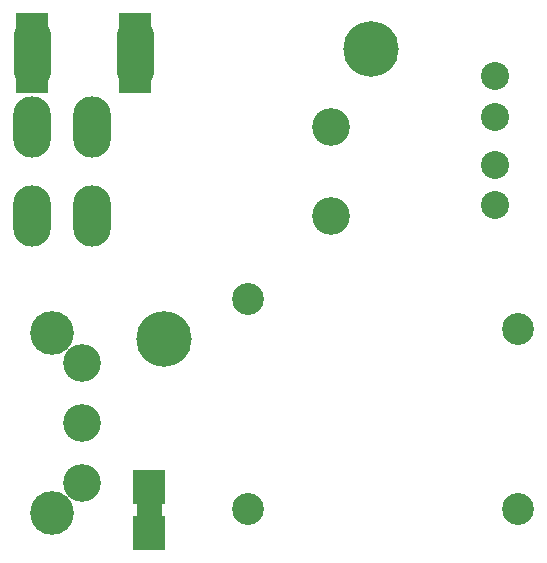
<source format=gbs>
G04 Layer: BottomSolderMaskLayer*
G04 EasyEDA v6.5.39, 2024-01-10 16:20:09*
G04 85b321e934e241e88075cb939218c85a,3d9c8b04885e45b7839bd8e85c0fd600,10*
G04 Gerber Generator version 0.2*
G04 Scale: 100 percent, Rotated: No, Reflected: No *
G04 Dimensions in millimeters *
G04 leading zeros omitted , absolute positions ,4 integer and 5 decimal *
%FSLAX45Y45*%
%MOMM*%

%AMMACRO1*4,1,4,-1.3515,-1.4266,-1.3515,1.4266,1.3515,1.4266,1.3515,-1.4266,-1.3515,-1.4266,0*%
%ADD10C,2.1016*%
%ADD11C,3.1016*%
%ADD12O,3.2031940000000003X5.20319*%
%ADD13C,3.2032*%
%ADD14C,2.7032*%
%ADD15C,3.7032*%
%ADD16MACRO1*%
%ADD17C,2.3832*%
%ADD18C,4.7032*%
%ADD19C,4.7040*%

%LPD*%
D10*
X1422400Y-1050899D02*
G01*
X1422400Y-650900D01*
D11*
X1300007Y2869996D02*
G01*
X1300007Y3169996D01*
X429999Y2869986D02*
G01*
X429999Y3169986D01*
D12*
G01*
X934313Y2390927D03*
G01*
X428853Y2390927D03*
G01*
X428853Y1639087D03*
G01*
X934313Y1639087D03*
D13*
G01*
X2963773Y1639087D03*
G01*
X2963773Y2390927D03*
D14*
G01*
X2256993Y-839012D03*
G01*
X2256993Y938987D03*
G01*
X4542993Y-839012D03*
G01*
X4542993Y684987D03*
D13*
G01*
X854024Y-620013D03*
G01*
X854024Y-112013D03*
G01*
X854024Y395986D03*
D15*
G01*
X600024Y-874013D03*
G01*
X600024Y649986D03*
D16*
G01*
X1299972Y3212579D03*
G01*
X1299972Y2827566D03*
G01*
X1422400Y-658380D03*
G01*
X1422400Y-1043393D03*
G01*
X430022Y3212579D03*
G01*
X430022Y2827566D03*
D17*
G01*
X4350004Y1729917D03*
G01*
X4350004Y2069922D03*
G01*
X4350004Y2479979D03*
G01*
X4350004Y2819984D03*
D18*
G01*
X3299993Y3050006D03*
D19*
G01*
X1550009Y599998D03*
M02*

</source>
